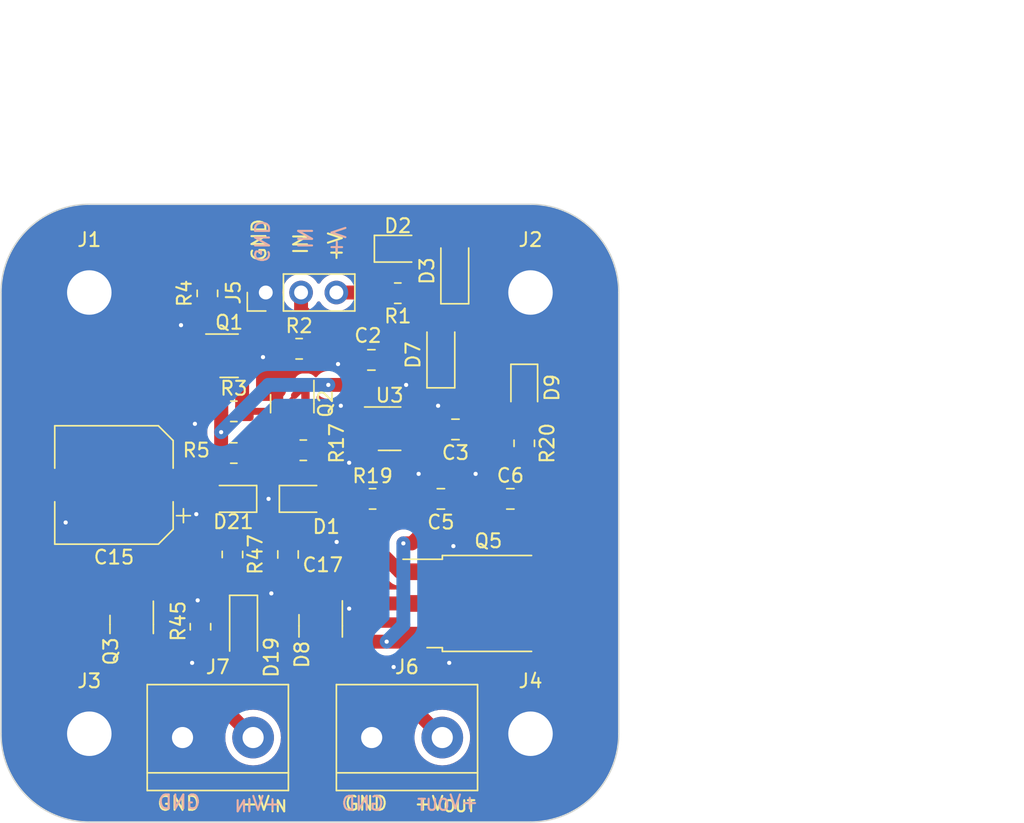
<source format=kicad_pcb>
(kicad_pcb (version 20221018) (generator pcbnew)
  (layers (0 "F.Cu" signal) (31 "B.Cu" signal) (34 "B.Paste" user) (35 "F.Paste" user) (36 "B.SilkS" user "B.Silkscreen") (37 "F.SilkS" user "F.Silkscreen") (38 "B.Mask" user) (39 "F.Mask" user) (44 "Edge.Cuts" user))
  (net 0 "")
  (net 1 "Net-(D7-K)")
  (net 2 "GND")
  (net 3 "/HighSideGate/IN")
  (net 4 "+12V")
  (net 5 "Net-(J5-Pin_3)")
  (net 6 "Net-(J7-Pin_2)")
  (net 7 "Net-(D1-A)")
  (net 8 "Net-(D8-A)")
  (net 9 "Net-(D2-A)")
  (net 10 "Net-(Q1-G)")
  (net 11 "Net-(D9-A)")
  (net 12 "Net-(D19-A)")
  (net 13 "Net-(D21-A)")
  (net 14 "Net-(Q5-G)")
  (net 15 "Net-(U3-HO)")
  (net 16 "Net-(Q1-D)")
  (net 17 "Net-(Q2-D)")
  (footprint "Capacitor_SMD:C_0805_2012Metric" (layer "F.Cu") (at 170 72)
    (fp_text reference "C6" (at 0 -1.68) (layer "F.SilkS"))
    (fp_text value "1uF")
    (fp_line (start -0.261252 -0.735) (end 0.261252 -0.735) (stroke (width 0.12)) (layer "F.SilkS"))
    (fp_line (start -0.261252 0.735) (end 0.261252 0.735) (stroke (width 0.12)) (layer "F.SilkS"))
    (pad "1" smd roundrect (at -0.95 0) (size 1 1.45) (layers "F.Cu" "F.Paste" "F.Mask") (net 8 "Net-(D8-A)"))
    (pad "2" smd roundrect (at 0.95 0) (size 1 1.45) (layers "F.Cu" "F.Paste" "F.Mask") (net 2 "GND"))
  )
  (footprint "Package_TO_SOT_SMD:SOT-23" (layer "F.Cu") (at 142.75 81.0375 -90)
    (fp_text reference "Q3" (at 1.9375 1.5 90) (layer "F.SilkS"))
    (fp_text value "Q_PMOS_GSD")
    (fp_line (start 0 -1.56) (end -1.675 -1.56) (stroke (width 0.12)) (layer "F.SilkS"))
    (fp_line (start 0 -1.56) (end 0.65 -1.56) (stroke (width 0.12)) (layer "F.SilkS"))
    (fp_line (start 0 1.56) (end -0.65 1.56) (stroke (width 0.12)) (layer "F.SilkS"))
    (fp_line (start 0 1.56) (end 0.65 1.56) (stroke (width 0.12)) (layer "F.SilkS"))
    (pad "1" smd roundrect (at -0.9375 -0.95 270) (size 1.475 0.6) (layers "F.Cu" "F.Paste" "F.Mask") (net 12 "Net-(D19-A)"))
    (pad "2" smd roundrect (at -0.9375 0.95 270) (size 1.475 0.6) (layers "F.Cu" "F.Paste" "F.Mask") (net 4 "+12V"))
    (pad "3" smd roundrect (at 0.9375 0 270) (size 1.475 0.6) (layers "F.Cu" "F.Paste" "F.Mask") (net 6 "Net-(J7-Pin_2)"))
  )
  (footprint "MountingHole:MountingHole_3.2mm_M3_DIN965_Pad" (layer "F.Cu") (at 139.7 57.15)
    (fp_text reference "J1" (at 0 -3.8) (layer "F.SilkS"))
    (fp_text value "M3")
    (pad "1" thru_hole circle (at 0 0) (size 5.6 5.6) (drill 3.2) (layers "*.Cu" "*.Mask") (net 2 "GND"))
  )
  (footprint "Diode_SMD:D_SOD-123" (layer "F.Cu") (at 166 55.6 90)
    (fp_text reference "D3" (at 0 -2 90) (layer "F.SilkS"))
    (fp_text value "10V")
    (fp_line (start -2.36 -1) (end -2.36 1) (stroke (width 0.12)) (layer "F.SilkS"))
    (fp_line (start -2.36 -1) (end 1.65 -1) (stroke (width 0.12)) (layer "F.SilkS"))
    (fp_line (start -2.36 1) (end 1.65 1) (stroke (width 0.12)) (layer "F.SilkS"))
    (pad "1" smd roundrect (at -1.65 0 90) (size 0.9 1.2) (layers "F.Cu" "F.Paste" "F.Mask") (net 9 "Net-(D2-A)"))
    (pad "2" smd roundrect (at 1.65 0 90) (size 0.9 1.2) (layers "F.Cu" "F.Paste" "F.Mask") (net 2 "GND"))
  )
  (footprint "Package_TO_SOT_SMD:SOT-23-3" (layer "F.Cu") (at 156.35 81.1375 -90)
    (fp_text reference "D8" (at 2.0625 1.35 90) (layer "F.SilkS"))
    (fp_text value "100V")
    (fp_line (start 0 -1.56) (end -1.8 -1.56) (stroke (width 0.12)) (layer "F.SilkS"))
    (fp_line (start 0 -1.56) (end 0.8 -1.56) (stroke (width 0.12)) (layer "F.SilkS"))
    (fp_line (start 0 1.56) (end -0.8 1.56) (stroke (width 0.12)) (layer "F.SilkS"))
    (fp_line (start 0 1.56) (end 0.8 1.56) (stroke (width 0.12)) (layer "F.SilkS"))
    (pad "1" smd roundrect (at -1.1375 -0.95 270) (size 1.325 0.6) (layers "F.Cu" "F.Paste" "F.Mask") (net 2 "GND"))
    (pad "2" smd roundrect (at -1.1375 0.95 270) (size 1.325 0.6) (layers "F.Cu" "F.Paste" "F.Mask") (net 4 "+12V"))
    (pad "3" smd roundrect (at 1.1375 0 270) (size 1.325 0.6) (layers "F.Cu" "F.Paste" "F.Mask") (net 8 "Net-(D8-A)"))
  )
  (footprint "Resistor_SMD:R_0805_2012Metric" (layer "F.Cu") (at 150 76 -90)
    (fp_text reference "R47" (at 0 -1.65 90) (layer "F.SilkS"))
    (fp_text value "1.2kΩ")
    (fp_line (start -0.227064 -0.735) (end 0.227064 -0.735) (stroke (width 0.12)) (layer "F.SilkS"))
    (fp_line (start -0.227064 0.735) (end 0.227064 0.735) (stroke (width 0.12)) (layer "F.SilkS"))
    (pad "1" smd roundrect (at -0.9125 0 270) (size 1.025 1.4) (layers "F.Cu" "F.Paste" "F.Mask") (roundrect_rratio 0.243902439) (net 13 "Net-(D21-A)"))
    (pad "2" smd roundrect (at 0.9125 0 270) (size 1.025 1.4) (layers "F.Cu" "F.Paste" "F.Mask") (roundrect_rratio 0.243902439) (net 4 "+12V"))
  )
  (footprint "LED_SMD:LED_0805_2012Metric" (layer "F.Cu") (at 161.9 54)
    (fp_text reference "D2" (at 0 -1.65) (layer "F.SilkS"))
    (fp_text value "LED")
    (fp_line (start -1.685 -0.96) (end -1.685 0.96) (stroke (width 0.12)) (layer "F.SilkS"))
    (fp_line (start -1.685 0.96) (end 1 0.96) (stroke (width 0.12)) (layer "F.SilkS"))
    (fp_line (start 1 -0.96) (end -1.685 -0.96) (stroke (width 0.12)) (layer "F.SilkS"))
    (pad "1" smd roundrect (at -0.9375 0) (size 0.975 1.4) (layers "F.Cu" "F.Paste" "F.Mask") (net 2 "GND"))
    (pad "2" smd roundrect (at 0.9375 0) (size 0.975 1.4) (layers "F.Cu" "F.Paste" "F.Mask") (net 9 "Net-(D2-A)"))
  )
  (footprint "MountingHole:MountingHole_3.2mm_M3_DIN965_Pad" (layer "F.Cu") (at 139.7 88.9)
    (fp_text reference "J3" (at 0 -3.8) (layer "F.SilkS"))
    (fp_text value "M3")
    (pad "1" thru_hole circle (at 0 0) (size 5.6 5.6) (drill 3.2) (layers "*.Cu" "*.Mask") (net 2 "GND"))
  )
  (footprint "Package_TO_SOT_SMD:SOT-23" (layer "F.Cu") (at 154.305 65.151 -90)
    (fp_text reference "Q2" (at 0 -2.4 90) (layer "F.SilkS"))
    (fp_text value "Q_NMOS_GSD")
    (fp_line (start 0 -1.56) (end -1.675 -1.56) (stroke (width 0.12)) (layer "F.SilkS"))
    (fp_line (start 0 -1.56) (end 0.65 -1.56) (stroke (width 0.12)) (layer "F.SilkS"))
    (fp_line (start 0 1.56) (end -0.65 1.56) (stroke (width 0.12)) (layer "F.SilkS"))
    (fp_line (start 0 1.56) (end 0.65 1.56) (stroke (width 0.12)) (layer "F.SilkS"))
    (pad "1" smd roundrect (at -0.9375 -0.95 270) (size 1.475 0.6) (layers "F.Cu" "F.Paste" "F.Mask") (net 16 "Net-(Q1-D)"))
    (pad "2" smd roundrect (at -0.9375 0.95 270) (size 1.475 0.6) (layers "F.Cu" "F.Paste" "F.Mask") (net 2 "GND"))
    (pad "3" smd roundrect (at 0.9375 0 270) (size 1.475 0.6) (layers "F.Cu" "F.Paste" "F.Mask") (net 17 "Net-(Q2-D)"))
  )
  (footprint "Resistor_SMD:R_0805_2012Metric" (layer "F.Cu") (at 161.9 57.2 180)
    (fp_text reference "R1" (at 0 -1.65) (layer "F.SilkS"))
    (fp_text value "1.2kΩ")
    (fp_line (start -0.227064 -0.735) (end 0.227064 -0.735) (stroke (width 0.12)) (layer "F.SilkS"))
    (fp_line (start -0.227064 0.735) (end 0.227064 0.735) (stroke (width 0.12)) (layer "F.SilkS"))
    (pad "1" smd roundrect (at -0.9125 0 180) (size 1.025 1.4) (layers "F.Cu" "F.Paste" "F.Mask") (roundrect_rratio 0.243902439) (net 9 "Net-(D2-A)"))
    (pad "2" smd roundrect (at 0.9125 0 180) (size 1.025 1.4) (layers "F.Cu" "F.Paste" "F.Mask") (roundrect_rratio 0.243902439) (net 5 "Net-(J5-Pin_3)"))
  )
  (footprint "Resistor_SMD:R_0805_2012Metric" (layer "F.Cu") (at 154.8 61.2)
    (fp_text reference "R2" (at 0 -1.65) (layer "F.SilkS"))
    (fp_text value "1kΩ")
    (fp_line (start -0.227064 -0.735) (end 0.227064 -0.735) (stroke (width 0.12)) (layer "F.SilkS"))
    (fp_line (start -0.227064 0.735) (end 0.227064 0.735) (stroke (width 0.12)) (layer "F.SilkS"))
    (pad "1" smd roundrect (at -0.9125 0) (size 1.025 1.4) (layers "F.Cu" "F.Paste" "F.Mask") (roundrect_rratio 0.243902) (net 10 "Net-(Q1-G)"))
    (pad "2" smd roundrect (at 0.9125 0) (size 1.025 1.4) (layers "F.Cu" "F.Paste" "F.Mask") (roundrect_rratio 0.243902) (net 3 "/HighSideGate/IN"))
  )
  (footprint "Resistor_SMD:R_0805_2012Metric" (layer "F.Cu") (at 160.0875 72)
    (fp_text reference "R19" (at 0 -1.65) (layer "F.SilkS"))
    (fp_text value "20Ω")
    (fp_line (start -0.227064 -0.735) (end 0.227064 -0.735) (stroke (width 0.12)) (layer "F.SilkS"))
    (fp_line (start -0.227064 0.735) (end 0.227064 0.735) (stroke (width 0.12)) (layer "F.SilkS"))
    (pad "1" smd roundrect (at -0.9125 0) (size 1.025 1.4) (layers "F.Cu" "F.Paste" "F.Mask") (roundrect_rratio 0.243902439) (net 14 "Net-(Q5-G)"))
    (pad "2" smd roundrect (at 0.9125 0) (size 1.025 1.4) (layers "F.Cu" "F.Paste" "F.Mask") (roundrect_rratio 0.243902439) (net 15 "Net-(U3-HO)"))
  )
  (footprint "Resistor_SMD:R_0805_2012Metric" (layer "F.Cu") (at 150.1 65.7)
    (fp_text reference "R3" (at 0 -1.65) (layer "F.SilkS"))
    (fp_text value "10kΩ")
    (fp_line (start -0.227064 -0.735) (end 0.227064 -0.735) (stroke (width 0.12)) (layer "F.SilkS"))
    (fp_line (start -0.227064 0.735) (end 0.227064 0.735) (stroke (width 0.12)) (layer "F.SilkS"))
    (pad "1" smd roundrect (at -0.9125 0) (size 1.025 1.4) (layers "F.Cu" "F.Paste" "F.Mask") (roundrect_rratio 0.243902) (net 4 "+12V"))
    (pad "2" smd roundrect (at 0.9125 0) (size 1.025 1.4) (layers "F.Cu" "F.Paste" "F.Mask") (roundrect_rratio 0.243902) (net 16 "Net-(Q1-D)"))
  )
  (footprint "Package_TO_SOT_SMD:SOT-23" (layer "F.Cu") (at 149.7625 61.7)
    (fp_text reference "Q1" (at 0 -2.4) (layer "F.SilkS"))
    (fp_text value "Q_NMOS_GSD")
    (fp_line (start 0 -1.56) (end -1.675 -1.56) (stroke (width 0.12)) (layer "F.SilkS"))
    (fp_line (start 0 -1.56) (end 0.65 -1.56) (stroke (width 0.12)) (layer "F.SilkS"))
    (fp_line (start 0 1.56) (end -0.65 1.56) (stroke (width 0.12)) (layer "F.SilkS"))
    (fp_line (start 0 1.56) (end 0.65 1.56) (stroke (width 0.12)) (layer "F.SilkS"))
    (pad "1" smd roundrect (at -0.9375 -0.95) (size 1.475 0.6) (layers "F.Cu" "F.Paste" "F.Mask") (net 10 "Net-(Q1-G)"))
    (pad "2" smd roundrect (at -0.9375 0.95) (size 1.475 0.6) (layers "F.Cu" "F.Paste" "F.Mask") (net 2 "GND"))
    (pad "3" smd roundrect (at 0.9375 0) (size 1.475 0.6) (layers "F.Cu" "F.Paste" "F.Mask") (net 16 "Net-(Q1-D)"))
  )
  (footprint "Resistor_SMD:R_0805_2012Metric" (layer "F.Cu") (at 148.2 57.2125 90)
    (fp_text reference "R4" (at 0 -1.65 90) (layer "F.SilkS"))
    (fp_text value "100kΩ")
    (fp_line (start -0.227064 -0.735) (end 0.227064 -0.735) (stroke (width 0.12)) (layer "F.SilkS"))
    (fp_line (start -0.227064 0.735) (end 0.227064 0.735) (stroke (width 0.12)) (layer "F.SilkS"))
    (pad "1" smd roundrect (at -0.9125 0 90) (size 1.025 1.4) (layers "F.Cu" "F.Paste" "F.Mask") (roundrect_rratio 0.243902) (net 10 "Net-(Q1-G)"))
    (pad "2" smd roundrect (at 0.9125 0 90) (size 1.025 1.4) (layers "F.Cu" "F.Paste" "F.Mask") (roundrect_rratio 0.243902) (net 2 "GND"))
  )
  (footprint "Capacitor_SMD:CP_Elec_8x11.9" (layer "F.Cu") (at 141.475 71 180)
    (fp_text reference "C15" (at 0 -5.2) (layer "F.SilkS"))
    (fp_text value "100uF")
    (fp_line (start -5.5 -2.21) (end -4.5 -2.21) (stroke (width 0.12)) (layer "F.SilkS"))
    (fp_line (start -5 -2.71) (end -5 -1.71) (stroke (width 0.12)) (layer "F.SilkS"))
    (fp_line (start -4.26 -3.195563) (end -4.26 -1.21) (stroke (width 0.12)) (layer "F.SilkS"))
    (fp_line (start -4.26 -3.195563) (end -3.195563 -4.26) (stroke (width 0.12)) (layer "F.SilkS"))
    (fp_line (start -4.26 3.195563) (end -4.26 1.21) (stroke (width 0.12)) (layer "F.SilkS"))
    (fp_line (start -4.26 3.195563) (end -3.195563 4.26) (stroke (width 0.12)) (layer "F.SilkS"))
    (fp_line (start -3.195563 -4.26) (end 4.26 -4.26) (stroke (width 0.12)) (layer "F.SilkS"))
    (fp_line (start -3.195563 4.26) (end 4.26 4.26) (stroke (width 0.12)) (layer "F.SilkS"))
    (fp_line (start 4.26 -4.26) (end 4.26 -1.21) (stroke (width 0.12)) (layer "F.SilkS"))
    (fp_line (start 4.26 4.26) (end 4.26 1.21) (stroke (width 0.12)) (layer "F.SilkS"))
    (pad "1" smd roundrect (at -3.475 0 180) (size 4.15 1.9) (layers "F.Cu" "F.Paste" "F.Mask") (roundrect_rratio 0.1315789474) (net 4 "+12V"))
    (pad "2" smd roundrect (at 3.475 0 180) (size 4.15 1.9) (layers "F.Cu" "F.Paste" "F.Mask") (roundrect_rratio 0.1315789474) (net 2 "GND"))
  )
  (footprint "Resistor_SMD:R_0805_2012Metric" (layer "F.Cu") (at 147.7 81.2 -90)
    (fp_text reference "R45" (at -0.4 1.6 90) (layer "F.SilkS"))
    (fp_text value "100kΩ")
    (fp_line (start -0.227064 -0.735) (end 0.227064 -0.735) (stroke (width 0.12)) (layer "F.SilkS"))
    (fp_line (start -0.227064 0.735) (end 0.227064 0.735) (stroke (width 0.12)) (layer "F.SilkS"))
    (pad "1" smd roundrect (at -0.9125 0 270) (size 1.025 1.4) (layers "F.Cu" "F.Paste" "F.Mask") (roundrect_rratio 0.243902439) (net 2 "GND"))
    (pad "2" smd roundrect (at 0.9125 0 270) (size 1.025 1.4) (layers "F.Cu" "F.Paste" "F.Mask") (roundrect_rratio 0.243902439) (net 12 "Net-(D19-A)"))
  )
  (footprint "MountingHole:MountingHole_3.2mm_M3_DIN965_Pad" (layer "F.Cu") (at 171.45 88.9)
    (fp_text reference "J4" (at 0 -3.8) (layer "F.SilkS"))
    (fp_text value "M3")
    (pad "1" thru_hole circle (at 0 0) (size 5.6 5.6) (drill 3.2) (layers "*.Cu" "*.Mask") (net 2 "GND"))
  )
  (footprint "TerminalBlock:TerminalBlock_bornier-2_P5.08mm" (layer "F.Cu") (at 160.02 89.1745)
    (fp_text reference "J6" (at 2.54 -5.08) (layer "F.SilkS"))
    (fp_text value "VOUT")
    (fp_line (start -2.54 -3.81) (end -2.54 3.81) (stroke (width 0.12)) (layer "F.SilkS"))
    (fp_line (start -2.54 3.81) (end 7.62 3.81) (stroke (width 0.12)) (layer "F.SilkS"))
    (fp_line (start 7.62 -3.81) (end -2.54 -3.81) (stroke (width 0.12)) (layer "F.SilkS"))
    (fp_line (start 7.62 2.54) (end -2.54 2.54) (stroke (width 0.12)) (layer "F.SilkS"))
    (fp_line (start 7.62 3.81) (end 7.62 -3.81) (stroke (width 0.12)) (layer "F.SilkS"))
    (pad "1" thru_hole rect (at 0 0) (size 3 3) (drill 1.52) (layers "*.Cu" "*.Mask") (net 2 "GND"))
    (pad "2" thru_hole circle (at 5.08 0) (size 3 3) (drill 1.52) (layers "*.Cu" "*.Mask") (net 8 "Net-(D8-A)"))
  )
  (footprint "Resistor_SMD:R_0805_2012Metric" (layer "F.Cu") (at 155.1 68.5)
    (fp_text reference "R17" (at 2.4 -0.5 90) (layer "F.SilkS"))
    (fp_text value "1kΩ")
    (fp_line (start -0.227064 -0.735) (end 0.227064 -0.735) (stroke (width 0.12)) (layer "F.SilkS"))
    (fp_line (start -0.227064 0.735) (end 0.227064 0.735) (stroke (width 0.12)) (layer "F.SilkS"))
    (pad "1" smd roundrect (at -0.9125 0) (size 1.025 1.4) (layers "F.Cu" "F.Paste" "F.Mask") (roundrect_rratio 0.243902439) (net 7 "Net-(D1-A)"))
    (pad "2" smd roundrect (at 0.9125 0) (size 1.025 1.4) (layers "F.Cu" "F.Paste" "F.Mask") (roundrect_rratio 0.243902439) (net 17 "Net-(Q2-D)"))
  )
  (footprint "MountingHole:MountingHole_3.2mm_M3_DIN965_Pad" (layer "F.Cu") (at 171.45 57.15)
    (fp_text reference "J2" (at 0 -3.8) (layer "F.SilkS"))
    (fp_text value "M3")
    (pad "1" thru_hole circle (at 0 0) (size 5.6 5.6) (drill 3.2) (layers "*.Cu" "*.Mask") (net 2 "GND"))
  )
  (footprint "Diode_SMD:D_SOD-123" (layer "F.Cu") (at 150.8 81.3 -90)
    (fp_text reference "D19" (at 2.1 -2 90) (layer "F.SilkS"))
    (fp_text value "10V")
    (fp_line (start -2.36 -1) (end -2.36 1) (stroke (width 0.12)) (layer "F.SilkS"))
    (fp_line (start -2.36 -1) (end 1.65 -1) (stroke (width 0.12)) (layer "F.SilkS"))
    (fp_line (start -2.36 1) (end 1.65 1) (stroke (width 0.12)) (layer "F.SilkS"))
    (pad "1" smd roundrect (at -1.65 0 270) (size 0.9 1.2) (layers "F.Cu" "F.Paste" "F.Mask") (net 4 "+12V"))
    (pad "2" smd roundrect (at 1.65 0 270) (size 0.9 1.2) (layers "F.Cu" "F.Paste" "F.Mask") (net 12 "Net-(D19-A)"))
  )
  (footprint "TerminalBlock:TerminalBlock_bornier-2_P5.08mm" (layer "F.Cu") (at 146.408 89.1745)
    (fp_text reference "J7" (at 2.54 -5.08) (layer "F.SilkS"))
    (fp_text value "VIn")
    (fp_line (start -2.54 -3.81) (end -2.54 3.81) (stroke (width 0.12)) (layer "F.SilkS"))
    (fp_line (start -2.54 3.81) (end 7.62 3.81) (stroke (width 0.12)) (layer "F.SilkS"))
    (fp_line (start 7.62 -3.81) (end -2.54 -3.81) (stroke (width 0.12)) (layer "F.SilkS"))
    (fp_line (start 7.62 2.54) (end -2.54 2.54) (stroke (width 0.12)) (layer "F.SilkS"))
    (fp_line (start 7.62 3.81) (end 7.62 -3.81) (stroke (width 0.12)) (layer "F.SilkS"))
    (pad "1" thru_hole rect (at 0 0) (size 3 3) (drill 1.52) (layers "*.Cu" "*.Mask") (net 2 "GND"))
    (pad "2" thru_hole circle (at 5.08 0) (size 3 3) (drill 1.52) (layers "*.Cu" "*.Mask") (net 6 "Net-(J7-Pin_2)"))
  )
  (footprint "Capacitor_SMD:C_0805_2012Metric" (layer "F.Cu") (at 165 72 180)
    (fp_text reference "C5" (at 0 -1.68) (layer "F.SilkS"))
    (fp_text value "10uF")
    (fp_line (start -0.261252 -0.735) (end 0.261252 -0.735) (stroke (width 0.12)) (layer "F.SilkS"))
    (fp_line (start -0.261252 0.735) (end 0.261252 0.735) (stroke (width 0.12)) (layer "F.SilkS"))
    (pad "1" smd roundrect (at -0.95 0 180) (size 1 1.45) (layers "F.Cu" "F.Paste" "F.Mask") (net 8 "Net-(D8-A)"))
    (pad "2" smd roundrect (at 0.95 0 180) (size 1 1.45) (layers "F.Cu" "F.Paste" "F.Mask") (net 2 "GND"))
  )
  (footprint "Capacitor_SMD:C_0805_2012Metric" (layer "F.Cu") (at 154 76 90)
    (fp_text reference "C17" (at -0.75 2.5 180) (layer "F.SilkS"))
    (fp_text value "1uF")
    (fp_line (start -0.261252 -0.735) (end 0.261252 -0.735) (stroke (width 0.12)) (layer "F.SilkS"))
    (fp_line (start -0.261252 0.735) (end 0.261252 0.735) (stroke (width 0.12)) (layer "F.SilkS"))
    (pad "1" smd roundrect (at -0.95 0 90) (size 1 1.45) (layers "F.Cu" "F.Paste" "F.Mask") (net 4 "+12V"))
    (pad "2" smd roundrect (at 0.95 0 90) (size 1 1.45) (layers "F.Cu" "F.Paste" "F.Mask") (net 2 "GND"))
  )
  (footprint "LED_SMD:LED_0805_2012Metric" (layer "F.Cu") (at 171 64 -90)
    (fp_text reference "D9" (at 0 -2 90) (layer "F.SilkS"))
    (fp_text value "LED")
    (fp_line (start -1.685 -0.96) (end -1.685 0.96) (stroke (width 0.12)) (layer "F.SilkS"))
    (fp_line (start -1.685 0.96) (end 1 0.96) (stroke (width 0.12)) (layer "F.SilkS"))
    (fp_line (start 1 -0.96) (end -1.685 -0.96) (stroke (width 0.12)) (layer "F.SilkS"))
    (pad "1" smd roundrect (at -0.9375 0 270) (size 0.975 1.4) (layers "F.Cu" "F.Paste" "F.Mask") (net 2 "GND"))
    (pad "2" smd roundrect (at 0.9375 0 270) (size 0.975 1.4) (layers "F.Cu" "F.Paste" "F.Mask") (net 11 "Net-(D9-A)"))
  )
  (footprint "Resistor_SMD:R_0805_2012Metric" (layer "F.Cu") (at 171 68 -90)
    (fp_text reference "R20" (at 0 -1.65 90) (layer "F.SilkS"))
    (fp_text value "1.2kΩ")
    (fp_line (start -0.227064 -0.735) (end 0.227064 -0.735) (stroke (width 0.12)) (layer "F.SilkS"))
    (fp_line (start -0.227064 0.735) (end 0.227064 0.735) (stroke (width 0.12)) (layer "F.SilkS"))
    (pad "1" smd roundrect (at -0.9125 0 270) (size 1.025 1.4) (layers "F.Cu" "F.Paste" "F.Mask") (roundrect_rratio 0.243902439) (net 11 "Net-(D9-A)"))
    (pad "2" smd roundrect (at 0.9125 0 270) (size 1.025 1.4) (layers "F.Cu" "F.Paste" "F.Mask") (roundrect_rratio 0.243902439) (net 8 "Net-(D8-A)"))
  )
  (footprint "Capacitor_SMD:C_0805_2012Metric" (layer "F.Cu") (at 160 62 180)
    (fp_text reference "C2" (at 0.25 1.75) (layer "F.SilkS"))
    (fp_text value "1uF")
    (fp_line (start -0.261252 -0.735) (end 0.261252 -0.735) (stroke (width 0.12)) (layer "F.SilkS"))
    (fp_line (start -0.261252 0.735) (end 0.261252 0.735) (stroke (width 0.12)) (layer "F.SilkS"))
    (pad "1" smd roundrect (at -0.95 0 180) (size 1 1.45) (layers "F.Cu" "F.Paste" "F.Mask") (net 4 "+12V"))
    (pad "2" smd roundrect (at 0.95 0 180) (size 1 1.45) (layers "F.Cu" "F.Paste" "F.Mask") (net 2 "GND"))
  )
  (footprint "LED_SMD:LED_0805_2012Metric" (layer "F.Cu") (at 150.0625 72 180)
    (fp_text reference "D21" (at 0 -1.65) (layer "F.SilkS"))
    (fp_text value "LED")
    (fp_line (start -1.685 -0.96) (end -1.685 0.96) (stroke (width 0.12)) (layer "F.SilkS"))
    (fp_line (start -1.685 0.96) (end 1 0.96) (stroke (width 0.12)) (layer "F.SilkS"))
    (fp_line (start 1 -0.96) (end -1.685 -0.96) (stroke (width 0.12)) (layer "F.SilkS"))
    (pad "1" smd roundrect (at -0.9375 0 180) (size 0.975 1.4) (layers "F.Cu" "F.Paste" "F.Mask") (net 2 "GND"))
    (pad "2" smd roundrect (at 0.9375 0 180) (size 0.975 1.4) (layers "F.Cu" "F.Paste" "F.Mask") (net 13 "Net-(D21-A)"))
  )
  (footprint "Connector_PinHeader_2.54mm:PinHeader_1x03_P2.54mm_Vertical" (layer "F.Cu") (at 152.4 57.15 90)
    (fp_text reference "J5" (at 0 -2.33 90) (layer "F.SilkS"))
    (fp_text value "Input")
    (fp_line (start -1.33 -1.33) (end 0 -1.33) (stroke (width 0.12)) (layer "F.SilkS"))
    (fp_line (start -1.33 0) (end -1.33 -1.33) (stroke (width 0.12)) (layer "F.SilkS"))
    (fp_line (start -1.33 1.27) (end -1.33 6.41) (stroke (width 0.12)) (layer "F.SilkS"))
    (fp_line (start -1.33 1.27) (end 1.33 1.27) (stroke (width 0.12)) (layer "F.SilkS"))
    (fp_line (start -1.33 6.41) (end 1.33 6.41) (stroke (width 0.12)) (layer "F.SilkS"))
    (fp_line (start 1.33 1.27) (end 1.33 6.41) (stroke (width 0.12)) (layer "F.SilkS"))
    (pad "1" thru_hole rect (at 0 0 90) (size 1.7 1.7) (drill 1) (layers "*.Cu" "*.Mask") (net 2 "GND"))
    (pad "2" thru_hole oval (at 0 2.54 90) (size 1.7 1.7) (drill 1) (layers "*.Cu" "*.Mask") (net 3 "/HighSideGate/IN"))
    (pad "3" thru_hole oval (at 0 5.08 90) (size 1.7 1.7) (drill 1) (layers "*.Cu" "*.Mask") (net 5 "Net-(J5-Pin_3)"))
  )
  (footprint "Capacitor_SMD:C_0805_2012Metric" (layer "F.Cu") (at 166.05 67 180)
    (fp_text reference "C3" (at 0 -1.68) (layer "F.SilkS"))
    (fp_text value "1uF")
    (fp_line (start -0.261252 -0.735) (end 0.261252 -0.735) (stroke (width 0.12)) (layer "F.SilkS"))
    (fp_line (start -0.261252 0.735) (end 0.261252 0.735) (stroke (width 0.12)) (layer "F.SilkS"))
    (pad "1" smd roundrect (at -0.95 0 180) (size 1 1.45) (layers "F.Cu" "F.Paste" "F.Mask") (net 1 "Net-(D7-K)"))
    (pad "2" smd roundrect (at 0.95 0 180) (size 1 1.45) (layers "F.Cu" "F.Paste" "F.Mask") (net 8 "Net-(D8-A)"))
  )
  (footprint "Diode_SMD:D_SOD-123" (layer "F.Cu") (at 165 61.65 90)
    (fp_text reference "D7" (at 0 -2 90) (layer "F.SilkS"))
    (fp_text value "D")
    (fp_line (start -2.36 -1) (end -2.36 1) (stroke (width 0.12)) (layer "F.SilkS"))
    (fp_line (start -2.36 -1) (end 1.65 -1) (stroke (width 0.12)) (layer "F.SilkS"))
    (fp_line (start -2.36 1) (end 1.65 1) (stroke (width 0.12)) (layer "F.SilkS"))
    (pad "1" smd roundrect (at -1.65 0 90) (size 0.9 1.2) (layers "F.Cu" "F.Paste" "F.Mask") (net 1 "Net-(D7-K)"))
    (pad "2" smd roundrect (at 1.65 0 90) (size 0.9 1.2) (layers "F.Cu" "F.Paste" "F.Mask") (net 4 "+12V"))
  )
  (footprint "Resistor_SMD:R_0805_2012Metric" (layer "F.Cu") (at 150.1 68.7)
    (fp_text reference "R5" (at -2.7 -0.2) (layer "F.SilkS"))
    (fp_text value "10kΩ")
    (fp_line (start -0.227064 -0.735) (end 0.227064 -0.735) (stroke (width 0.12)) (layer "F.SilkS"))
    (fp_line (start -0.227064 0.735) (end 0.227064 0.735) (stroke (width 0.12)) (layer "F.SilkS"))
    (pad "1" smd roundrect (at -0.9125 0) (size 1.025 1.4) (layers "F.Cu" "F.Paste" "F.Mask") (roundrect_rratio 0.243902) (net 4 "+12V"))
    (pad "2" smd roundrect (at 0.9125 0) (size 1.025 1.4) (layers "F.Cu" "F.Paste" "F.Mask") (roundrect_rratio 0.243902) (net 17 "Net-(Q2-D)"))
  )
  (footprint "LED_SMD:LED_0805_2012Metric" (layer "F.Cu") (at 155.0625 72)
    (fp_text reference "D1" (at 1.6875 2) (layer "F.SilkS"))
    (fp_text value "LED")
    (fp_line (start -1.685 -0.96) (end -1.685 0.96) (stroke (width 0.12)) (layer "F.SilkS"))
    (fp_line (start -1.685 0.96) (end 1 0.96) (stroke (width 0.12)) (layer "F.SilkS"))
    (fp_line (start 1 -0.96) (end -1.685 -0.96) (stroke (width 0.12)) (layer "F.SilkS"))
    (pad "1" smd roundrect (at -0.9375 0) (size 0.975 1.4) (layers "F.Cu" "F.Paste" "F.Mask") (net 2 "GND"))
    (pad "2" smd roundrect (at 0.9375 0) (size 0.975 1.4) (layers "F.Cu" "F.Paste" "F.Mask") (net 7 "Net-(D1-A)"))
  )
  (footprint "Package_TO_SOT_SMD:TO-252-3_TabPin2" (layer "F.Cu") (at 168.415 79.525)
    (fp_text reference "Q5" (at 0 -4.5) (layer "F.SilkS"))
    (fp_text value "Q_NMOS_GDS")
    (fp_line (start -3.31 -3.45) (end -3.31 -3.18) (stroke (width 0.12)) (layer "F.SilkS"))
    (fp_line (start -3.31 -3.18) (end -6.14 -3.18) (stroke (width 0.12)) (layer "F.SilkS"))
    (fp_line (start -3.31 3.18) (end -4.41 3.18) (stroke (width 0.12)) (layer "F.SilkS"))
    (fp_line (start -3.31 3.45) (end -3.31 3.18) (stroke (width 0.12)) (layer "F.SilkS"))
    (fp_line (start 3.11 -3.45) (end -3.31 -3.45) (stroke (width 0.12)) (layer "F.SilkS"))
    (fp_line (start 3.11 3.45) (end -3.31 3.45) (stroke (width 0.12)) (layer "F.SilkS"))
    (pad "1" smd roundrect (at -5.04 -2.28) (size 2.2 1.2) (layers "F.Cu" "F.Paste" "F.Mask") (roundrect_rratio 0.2083333333) (net 14 "Net-(Q5-G)"))
    (pad "2" smd roundrect (at -5.04 0) (size 2.2 1.2) (layers "F.Cu" "F.Paste" "F.Mask") (roundrect_rratio 0.2083333333) (net 4 "+12V"))
    (pad "2" smd roundrect (at -0.415 -1.525) (size 3.05 2.75) (layers "F.Cu" "F.Paste") (roundrect_rratio 0.09090909091) (net 4 "+12V"))
    (pad "2" smd roundrect (at -0.415 1.525) (size 3.05 2.75) (layers "F.Cu" "F.Paste") (roundrect_rratio 0.09090909091) (net 4 "+12V"))
    (pad "2" smd roundrect (at 1.26 0) (size 6.4 5.8) (layers "F.Cu" "F.Mask") (roundrect_rratio 0.04310293103) (net 4 "+12V"))
    (pad "2" smd roundrect (at 2.935 -1.525) (size 3.05 2.75) (layers "F.Cu" "F.Paste") (roundrect_rratio 0.09090909091) (net 4 "+12V"))
    (pad "2" smd roundrect (at 2.935 1.525) (size 3.05 2.75) (layers "F.Cu" "F.Paste") (roundrect_rratio 0.09090909091) (net 4 "+12V"))
    (pad "3" smd roundrect (at -5.04 2.28) (size 2.2 1.2) (layers "F.Cu" "F.Paste" "F.Mask") (roundrect_rratio 0.2083333333) (net 8 "Net-(D8-A)"))
  )
  (footprint "Package_TO_SOT_SMD:SOT-23-6" (layer "F.Cu") (at 161.3105 66.95)
    (fp_text reference "U3" (at 0 -2.4) (layer "F.SilkS"))
    (fp_text value "IRS2075")
    (fp_line (start 0 -1.56) (end -1.8 -1.56) (stroke (width 0.12)) (layer "F.SilkS"))
    (fp_line (start 0 -1.56) (end 0.8 -1.56) (stroke (width 0.12)) (layer "F.SilkS"))
    (fp_line (start 0 1.56) (end -0.8 1.56) (stroke (width 0.12)) (layer "F.SilkS"))
    (fp_line (start 0 1.56) (end 0.8 1.56) (stroke (width 0.12)) (layer "F.SilkS"))
    (pad "1" smd roundrect (at -1.1375 -0.95) (size 1.325 0.6) (layers "F.Cu" "F.Paste" "F.Mask") (net 4 "+12V"))
    (pad "2" smd roundrect (at -1.1375 0) (size 1.325 0.6) (layers "F.Cu" "F.Paste" "F.Mask") (net 2 "GND"))
    (pad "3" smd roundrect (at -1.1375 0.95) (size 1.325 0.6) (layers "F.Cu" "F.Paste" "F.Mask") (net 17 "Net-(Q2-D)"))
    (pad "4" smd roundrect (at 1.1375 0.95) (size 1.325 0.6) (layers "F.Cu" "F.Paste" "F.Mask") (net 8 "Net-(D8-A)"))
    (pad "5" smd roundrect (at 1.1375 0) (size 1.325 0.6) (layers "F.Cu" "F.Paste" "F.Mask") (net 15 "Net-(U3-HO)"))
    (pad "6" smd roundrect (at 1.1375 -0.95) (size 1.325 0.6) (layers "F.Cu" "F.Paste" "F.Mask") (net 1 "Net-(D7-K)"))
  )
  (gr_line (start 177.8 57.15) (end 177.8 88.9) (stroke (width 0.1)) (layer "Edge.Cuts"))
  (gr_line (start 139.7 50.8) (end 171.45 50.8) (stroke (width 0.1)) (layer "Edge.Cuts"))
  (gr_line (start 133.35 88.9) (end 133.35 57.15) (stroke (width 0.1)) (layer "Edge.Cuts"))
  (gr_arc (start 171.45 50.8) (mid 175.940128 52.659872) (end 177.8 57.15) (stroke (width 0.1)) (layer "Edge.Cuts"))
  (gr_arc (start 133.35 57.15) (mid 135.209872 52.659872) (end 139.7 50.8) (stroke (width 0.1)) (layer "Edge.Cuts"))
  (gr_arc (start 177.8 88.9) (mid 175.940128 93.390128) (end 171.45 95.25) (stroke (width 0.1)) (layer "Edge.Cuts"))
  (gr_line (start 171.45 95.25) (end 139.7 95.25) (stroke (width 0.1)) (layer "Edge.Cuts"))
  (gr_arc (start 139.7 95.25) (mid 135.209872 93.390128) (end 133.35 88.9) (stroke (width 0.1)) (layer "Edge.Cuts"))
  (gr_text "GND" (at 147.8 94.4) (layer "B.SilkS") (effects (font (size 1 1)) (justify left bottom mirror)))
  (gr_text "+V_{IN}" (at 153.6 94.5) (layer "B.SilkS") (effects (font (size 1 1)) (justify left bottom mirror)))
  (gr_text "GND" (at 151.5 55.1 -90) (layer "B.SilkS") (effects (font (size 1 1)) (justify left bottom mirror)))
  (gr_text "+V" (at 157 54.6 -90) (layer "B.SilkS") (effects (font (size 1 1)) (justify left bottom mirror)))
  (gr_text "IN" (at 154.6 54.1 -90) (layer "B.SilkS") (effects (font (size 1 1)) (justify left bottom mirror)))
  (gr_text "+V_{OUT}" (at 167.8 94.4) (layer "B.SilkS") (effects (font (size 1 1)) (justify left bottom mirror)))
  (gr_text "GND" (at 161 94.5) (layer "B.SilkS") (effects (font (size 1 1)) (justify left bottom mirror)))
  (gr_text "+V_{IN}" (at 150.5 94.5) (layer "F.SilkS") (effects (font (size 1 1)) (justify left bottom)))
  (gr_text "GND" (at 152.5 55 90) (layer "F.SilkS") (effects (font (size 1 1)) (justify left bottom)))
  (gr_text "+V_{OUT}" (at 163 94.5) (layer "F.SilkS") (effects (font (size 1 1)) (justify left bottom)))
  (gr_text "+V" (at 158 55 90) (layer "F.SilkS") (effects (font (size 1 1)) (justify left bottom)))
  (gr_text "GND" (at 144.5 94.5) (layer "F.SilkS") (effects (font (size 1 1)) (justify left bottom)))
  (gr_text "GND" (at 158 94.5) (layer "F.SilkS") (effects (font (size 1 1)) (justify left bottom)))
  (gr_text "IN" (at 155.5 54.5 90) (layer "F.SilkS") (effects (font (size 1 1)) (justify left bottom)))
  (segment (start 167 65.3) (end 165 63.3) (width 1) (layer "F.Cu") (net 1))
  (segment (start 162.448 65.852) (end 165 63.3) (width 0.5) (layer "F.Cu") (net 1))
  (segment (start 167 67) (end 167 65.3) (width 1) (layer "F.Cu") (net 1))
  (segment (start 162.448 66) (end 162.448 65.852) (width 0.5) (layer "F.Cu") (net 1))
  (segment (start 138 87.2) (end 139.7 88.9) (width 1) (layer "F.Cu") (net 2))
  (segment (start 160.02 90.72) (end 162.5 93.2) (width 1) (layer "F.Cu") (net 2))
  (segment (start 160.9625 52.1625) (end 160.8 52) (width 1) (layer "F.Cu") (net 2))
  (segment (start 175.3 71.8) (end 175.3 61) (width 1) (layer "F.Cu") (net 2))
  (segment (start 171 63.0625) (end 172.0375 63.0625) (width 1) (layer "F.Cu") (net 2))
  (segment (start 166.65 52.35) (end 171.45 57.15) (width 1) (layer "F.Cu") (net 2))
  (segment (start 154.125 74.925) (end 154 75.05) (width 1) (layer "F.Cu") (net 2))
  (segment (start 152.4 57.15) (end 151.45 57.15) (width 1) (layer "F.Cu") (net 2))
  (segment (start 166.3 52) (end 166.65 52.35) (width 1) (layer "F.Cu") (net 2))
  (segment (start 172.0375 63.0625) (end 174.7 60.4) (width 1) (layer "F.Cu") (net 2))
  (segment (start 175.3 61) (end 174.7 60.4) (width 1) (layer "F.Cu") (net 2))
  (segment (start 175.1 72) (end 175.3 71.8) (width 1) (layer "F.Cu") (net 2))
  (segment (start 147.3 66.6) (end 147.3 64.175) (width 1) (layer "F.Cu") (net 2))
  (segment (start 162.5 93.2) (end 168.8 93.2) (width 1) (layer "F.Cu") (net 2))
  (segment (start 164.05 72) (end 164.05 70.85) (width 1) (layer "F.Cu") (net 2))
  (segment (start 146.1335 88.9) (end 146.408 89.1745) (width 1) (layer "F.Cu") (net 2))
  (segment (start 160.9625 54) (end 160.9625 52.1625) (width 1) (layer "F.Cu") (net 2))
  (segment (start 150.6 56.3) (end 148.2 56.3) (width 1) (layer "F.Cu") (net 2))
  (segment (start 157.3 80) (end 158.3 80) (width 1) (layer "F.Cu") (net 2))
  (segment (start 160.02 89.1745) (end 160.02 90.72) (width 1) (layer "F.Cu") (net 2))
  (segment (start 160.8 52) (end 166.3 52) (width 1) (layer "F.Cu") (net 2))
  (segment (start 147.7 79.5) (end 147.5 79.3) (width 1) (layer "F.Cu") (net 2))
  (segment (start 157.6 62.3) (end 158.75 62.3) (width 1) (layer "F.Cu") (net 2))
  (segment (start 151.45 57.15) (end 150.6 56.3) (width 1) (layer "F.Cu") (net 2))
  (segment (start 166 53.95) (end 166 53) (width 1) (layer "F.Cu") (net 2))
  (segment (start 137.7 70.7) (end 138 71) (width 1) (layer "F.Cu") (net 2))
  (segment (start 160.173 66.95) (end 157.65 66.95) (width 0.5) (layer "F.Cu") (net 2))
  (segment (start 139.7 88.9) (end 146.1335 88.9) (width 1) (layer "F.Cu") (net 2))
  (segment (start 158.75 62.3) (end 159.05 62) (width 1) (layer "F.Cu") (net 2))
  (segment (start 152.4 54.9) (end 155.3 52) (width 1) (layer "F.Cu") (net 2))
  (segment (start 147.3 64.175) (end 148.825 62.65) (width 1) (layer "F.Cu") (net 2))
  (segment (start 174.7 60.4) (end 171.45 57.15) (width 1) (layer "F.Cu") (net 2))
  (segment (start 160.02 90.88) (end 160.02 89.1745) (width 1) (layer "F.Cu") (net 2))
  (segment (start 157.8 93.1) (end 160.02 90.88) (width 1) (layer "F.Cu") (net 2))
  (segment (start 155.3 52) (end 160.8 52) (width 1) (layer "F.Cu") (net 2))
  (segment (start 147.7 80.2875) (end 147.7 79.5) (width 1) (layer "F.Cu") (net 2))
  (segment (start 151 72) (end 154.125 72) (width 1) (layer "F.Cu") (net 2))
  (segment (start 152.4 62) (end 152.2 61.8) (width 1) (layer "F.Cu") (net 2))
  (segment (start 150.3335 93.1) (end 157.8 93.1) (width 1) (layer "F.Cu") (net 2))
  (segment (start 164.05 70.85) (end 163.4 70.2) (width 1) (layer "F.Cu") (net 2))
  (segment (start 140.55 56.3) (end 139.7 57.15) (width 1) (layer "F.Cu") (net 2))
  (segment (start 154.125 72) (end 154.125 74.925) (width 1) (layer "F.Cu") (net 2))
  (segment (start 152.4 57.15) (end 152.4 54.9) (width 1) (layer "F.Cu") (net 2))
  (segment (start 168.8 93.2) (end 171.45 90.55) (width 1) (layer "F.Cu") (net 2))
  (segment (start 138 71) (end 138 73.7) (width 1) (layer "F.Cu") (net 2))
  (segment (start 146.408 89.1745) (end 150.3335 93.1) (width 1) (layer "F.Cu") (net 2))
  (segment (start 171.45 88.9) (end 175.3 85.05) (width 1) (layer "F.Cu") (net 2))
  (segment (start 152.4 63.2585) (end 152.4 62) (width 1) (layer "F.Cu") (net 2))
  (segment (start 137.7 59.15) (end 137.7 70.7) (width 1) (layer "F.Cu") (net 2))
  (segment (start 138 73.7) (end 138 87.2) (width 1) (layer "F.Cu") (net 2))
  (segment (start 175.3 85.05) (end 175.3 71.8) (width 1) (layer "F.Cu") (net 2))
  (segment (start 158.3 80) (end 158.4 79.9) (width 1) (layer "F.Cu") (net 2))
  (segment (start 153.355 64.2135) (end 152.4 63.2585) (width 1) (layer "F.Cu") (net 2))
  (segment (start 139.7 57.15) (end 137.7 59.15) (width 1) (layer "F.Cu") (net 2))
  (segment (start 171.45 90.55) (end 171.45 88.9) (width 1) (layer "F.Cu") (net 2))
  (segment (start 166 53) (end 166.65 52.35) (width 1) (layer "F.Cu") (net 2))
  (segment (start 170.95 72) (end 175.1 72) (width 1) (layer "F.Cu") (net 2))
  (segment (start 148.2 56.3) (end 140.55 56.3) (width 1) (layer "F.Cu") (net 2))
  (via (at 158.4 69.4) (size 0.7) (drill 0.3) (layers "F.Cu" "B.Cu") (net 2))
  (via (at 147.4 73.1) (size 0.7) (drill 0.3) (layers "F.Cu" "B.Cu") (net 2))
  (via (at 161.6 84.1) (size 0.7) (drill 0.3) (layers "F.Cu" "B.Cu") (net 2))
  (via (at 158.4 79.9) (size 0.7) (drill 0.3) (layers "F.Cu" "B.Cu") (net 2))
  (via (at 165.9 75.4) (size 0.7) (drill 0.3) (layers "F.Cu" "B.Cu") (net 2))
  (via (at 157.5 75.1) (size 0.7) (drill 0.3) (layers "F.Cu" "B.Cu") (net 2))
  (via (at 147.5 79.3) (size 0.7) (drill 0.3) (layers "F.Cu" "B.Cu") (net 2))
  (via (at 163.4 70.2) (size 0.7) (drill 0.3) (layers "F.Cu" "B.Cu") (net 2))
  (via (at 152.2 61.8) (size 0.7) (drill 0.3) (layers "F.Cu" "B.Cu") (net 2))
  (via (at 157.8 65.3) (size 0.7) (drill 0.3) (layers "F.Cu" "B.Cu") (net 2))
  (via (at 147.3 66.6) (size 0.7) (drill 0.3) (layers "F.Cu" "B.Cu") (net 2))
  (via (at 146.3 59.5) (size 0.7) (drill 0.3) (layers "F.Cu" "B.Cu") (net 2))
  (via (at 167.5 70.2) (size 0.7) (drill 0.3) (layers "F.Cu" "B.Cu") (net 2))
  (via (at 164.8 65.3) (size 0.7) (drill 0.3) (layers "F.Cu" "B.Cu") (net 2))
  (via (at 152.8 78.8) (size 0.7) (drill 0.3) (layers "F.Cu" "B.Cu") (net 2))
  (via (at 162.5 63.8) (size 0.7) (drill 0.3) (layers "F.Cu" "B.Cu") (net 2))
  (via (at 147.1 83.8) (size 0.7) (drill 0.3) (layers "F.Cu" "B.Cu") (net 2))
  (via (at 157.6 62.3) (size 0.7) (drill 0.3) (layers "F.Cu" "B.Cu") (net 2))
  (via (at 152.6 72) (size 0.7) (drill 0.3) (layers "F.Cu" "B.Cu") (net 2))
  (via (at 138 73.7) (size 0.7) (drill 0.3) (layers "F.Cu" "B.Cu") (net 2))
  (via (at 165.6 83.8) (size 0.7) (drill 0.3) (layers "F.Cu" "B.Cu") (net 2))
  (segment (start 147.5 79.3) (end 147.5 73.9) (width 1) (layer "B.Cu") (net 2))
  (segment (start 158.4 79.9) (end 152.6 74.1) (width 1) (layer "B.Cu") (net 2))
  (segment (start 157.6 62.3) (end 157.1 61.8) (width 1) (layer "B.Cu") (net 2))
  (segment (start 147.4 73.1) (end 148 73.7) (width 1) (layer "B.Cu") (net 2))
  (segment (start 149.782 61.8) (end 147.3 64.282) (width 1) (layer "B.Cu") (net 2))
  (segment (start 147.3 73.7) (end 138 73.7) (width 1) (layer "B.Cu") (net 2))
  (segment (start 147.3 73.2) (end 147.3 73.7) (width 1) (layer "B.Cu") (net 2))
  (segment (start 157.1 61.8) (end 152.2 61.8) (width 1) (layer "B.Cu") (net 2))
  (segment (start 158.5 63.2) (end 157.6 62.3) (width 1) (layer "B.Cu") (net 2))
  (segment (start 147.5 73.9) (end 147.3 73.7) (width 1) (layer "B.Cu") (net 2))
  (segment (start 152.2 61.8) (end 152.2 57.35) (width 1) (layer "B.Cu") (net 2))
  (segment (start 147.3 64.282) (end 147.3 66.6) (width 1) (layer "B.Cu") (net 2))
  (segment (start 162.7 70.2) (end 157.8 65.3) (width 1) (layer "B.Cu") (net 2))
  (segment (start 150.9 73.7) (end 152.6 72) (width 1) (layer "B.Cu") (net 2))
  (segment (start 148 73.7) (end 150.9 73.7) (width 1) (layer "B.Cu") (net 2))
  (segment (start 163.4 70.2) (end 162.7 70.2) (width 1) (layer "B.Cu") (net 2))
  (segment (start 152.6 74.1) (end 152.6 72) (width 1) (layer "B.Cu") (net 2))
  (segment (start 152.2 61.8) (end 149.782 61.8) (width 1) (layer "B.Cu") (net 2))
  (segment (start 158.5 64.6) (end 158.5 63.2) (width 1) (layer "B.Cu") (net 2))
  (segment (start 157.8 65.3) (end 158.5 64.6) (width 1) (layer "B.Cu") (net 2))
  (segment (start 147.4 73.1) (end 147.3 73.2) (width 1) (layer "B.Cu") (net 2))
  (segment (start 152.2 57.35) (end 152.4 57.15) (width 1) (layer "B.Cu") (net 2))
  (segment (start 155.7125 59.2125) (end 155.7125 61.2) (width 1) (layer "F.Cu") (net 3))
  (segment (start 154.94 58.44) (end 155.7125 59.2125) (width 1) (layer "F.Cu") (net 3))
  (segment (start 154.94 57.15) (end 154.94 58.44) (width 1) (layer "F.Cu") (net 3))
  (segment (start 150.8 77.0125) (end 150.9 76.9125) (width 1) (layer "F.Cu") (net 4))
  (segment (start 163.375 79.525) (end 166.475 79.525) (width 1) (layer "F.Cu") (net 4))
  (segment (start 156.9 63.8) (end 160.95 63.8) (width 1) (layer "F.Cu") (net 4))
  (segment (start 147.25 68.7) (end 144.95 71) (width 1) (layer "F.Cu") (net 4))
  (segment (start 149.1875 67.2) (end 149.1875 68.7) (width 1) (layer "F.Cu") (net 4))
  (segment (start 160.95 65.223) (end 160.173 66) (width 0.5) (layer "F.Cu") (net 4))
  (segment (start 160.625 79.525) (end 163.375 79.525) (width 1) (layer "F.Cu") (net 4))
  (segment (start 141.8 78.1) (end 145.2 74.7) (width 1) (layer "F.Cu") (net 4))
  (segment (start 160.95 63.8) (end 160.95 65.223) (width 0.5) (layer "F.Cu") (net 4))
  (segment (start 150.9 76.9125) (end 153.9625 76.9125) (width 1) (layer "F.Cu") (net 4))
  (segment (start 160.95 62) (end 160.95 63.8) (width 1) (layer "F.Cu") (net 4))
  (segment (start 159.2 78.1) (end 160.625 79.525) (width 1) (layer "F.Cu") (net 4))
  (segment (start 153.9625 76.9125) (end 154 76.95) (width 1) (layer "F.Cu") (net 4))
  (segment (start 161.8 62) (end 163.8 60) (width 1) (layer "F.Cu") (net 4))
  (segment (start 148.7125 76.9125) (end 150 76.9125) (width 1) (layer "F.Cu") (net 4))
  (segment (start 166.475 79.525) (end 168 78) (width 1) (layer "F.Cu") (net 4))
  (segment (start 149.1875 68.7) (end 147.25 68.7) (width 1) (layer "F.Cu") (net 4))
  (segment (start 155.4 80) (end 155.4 78.35) (width 1) (layer "F.Cu") (net 4))
  (segment (start 154 76.95) (end 158.05 76.95) (width 1) (layer "F.Cu") (net 4))
  (segment (start 144.95 71) (end 144.95 73.15) (width 1) (layer "F.Cu") (net 4))
  (segment (start 155.4 78.35) (end 154 76.95) (width 1) (layer "F.Cu") (net 4))
  (segment (start 141.8 80.1) (end 141.8 78.1) (width 1) (layer "F.Cu") (net 4))
  (segment (start 150.8 79.65) (end 150.8 77.0125) (width 1) (layer "F.Cu") (net 4))
  (segment (start 145.2 74.7) (end 146.5 74.7) (width 1) (layer "F.Cu") (net 4))
  (segment (start 160.95 62) (end 161.8 62) (width 1) (layer "F.Cu") (net 4))
  (segment (start 163.8 60) (end 165 60) (width 1) (layer "F.Cu") (net 4))
  (segment (start 150 76.9125) (end 150.9 76.9125) (width 1) (layer "F.Cu") (net 4))
  (segment (start 158.05 76.95) (end 159.2 78.1) (width 1) (layer "F.Cu") (net 4))
  (segment (start 146.5 74.7) (end 148.7125 76.9125) (width 1) (layer "F.Cu") (net 4))
  (segment (start 144.95 73.15) (end 146.5 74.7) (width 1) (layer "F.Cu") (net 4))
  (segment (start 149.1875 65.7) (end 149.1875 67.2) (width 1) (layer "F.Cu") (net 4))
  (via (at 149.1875 67.2) (size 0.7) (drill 0.3) (layers "F.Cu" "B.Cu") (net 4))
  (via (at 156.9 63.8) (size 0.7) (drill 0.3) (layers "F.Cu" "B.Cu") (net 4))
  (segment (start 156.9 63.8) (end 152.5875 63.8) (width 1) (layer "B.Cu") (net 4))
  (segment (start 152.5875 63.8) (end 149.1875 67.2) (width 1) (layer "B.Cu") (net 4))
  (segment (start 160.9375 57.15) (end 160.9875 57.2) (width 1) (layer "F.Cu") (net 5))
  (segment (start 157.48 57.15) (end 160.9375 57.15) (width 1) (layer "F.Cu") (net 5))
  (segment (start 142.75 81.975) (end 147.175 86.4) (width 1) (layer "F.Cu") (net 6))
  (segment (start 148.7135 86.4) (end 151.488 89.1745) (width 1) (layer "F.Cu") (net 6))
  (segment (start 147.175 86.4) (end 148.7135 86.4) (width 1) (layer "F.Cu") (net 6))
  (segment (start 154.1875 69.3875) (end 156 71.2) (width 1) (layer "F.Cu") (net 7))
  (segment (start 154.1875 68.5) (end 154.1875 69.3875) (width 1) (layer "F.Cu") (net 7))
  (segment (start 156 71.2) (end 156 72) (width 1) (layer "F.Cu") (net 7))
  (segment (start 156.35 82.275) (end 161.1 82.275) (width 1) (layer "F.Cu") (net 8))
  (segment (start 165.95 69.15) (end 165.95 72) (width 1) (layer "F.Cu") (net 8))
  (segment (start 163.375 81.805) (end 163.375 87.4495) (width 1) (layer "F.Cu") (net 8))
  (segment (start 171 68.9125) (end 169.9875 68.9125) (width 1) (layer "F.Cu") (net 8))
  (segment (start 161.1 82.275) (end 162.905 82.275) (width 1) (layer "F.Cu") (net 8))
  (segment (start 163.375 87.4495) (end 165.1 89.1745) (width 1) (layer "F.Cu") (net 8))
  (segment (start 165.95 72) (end 169.05 72) (width 1) (layer "F.Cu") (net 8))
  (segment (start 165.95 72) (end 165.95 72.168503) (width 1) (layer "F.Cu") (net 8))
  (segment (start 162.905 82.275) (end 163.375 81.805) (width 1) (layer "F.Cu") (net 8))
  (segment (start 165.1 68.3) (end 165.95 69.15) (width 1) (layer "F.Cu") (net 8))
  (segment (start 162.448 67.9) (end 164.7 67.9) (width 0.5) (layer "F.Cu") (net 8))
  (segment (start 164.7 67.9) (end 165.1 68.3) (width 0.5) (layer "F.Cu") (net 8))
  (segment (start 165.1 67) (end 165.1 68.3) (width 1) (layer "F.Cu") (net 8))
  (segment (start 169.05 69.85) (end 169.05 72) (width 1) (layer "F.Cu") (net 8))
  (segment (start 162.918503 75.2) (end 162.3 75.2) (width 1) (layer "F.Cu") (net 8))
  (segment (start 169.9875 68.9125) (end 169.05 69.85) (width 1) (layer "F.Cu") (net 8))
  (segment (start 165.95 72.168503) (end 162.918503 75.2) (width 1) (layer "F.Cu") (net 8))
  (via (at 162.3 75.2) (size 0.7) (drill 0.3) (layers "F.Cu" "B.Cu") (net 8))
  (via (at 161.1 82.275) (size 0.7) (drill 0.3) (layers "F.Cu" "B.Cu") (net 8))
  (segment (start 162.3 75.2) (end 162.3 81.075) (width 1) (layer "B.Cu") (net 8))
  (segment (start 162.3 81.075) (end 161.1 82.275) (width 1) (layer "B.Cu") (net 8))
  (segment (start 162.8375 54) (end 162.8375 57.175) (width 1) (layer "F.Cu") (net 9))
  (segment (start 162.8125 57.2) (end 165.95 57.2) (width 1) (layer "F.Cu") (net 9))
  (segment (start 165.95 57.2) (end 166 57.25) (width 1) (layer "F.Cu") (net 9))
  (segment (start 162.8375 57.175) (end 162.8125 57.2) (width 1) (layer "F.Cu") (net 9))
  (segment (start 153.8875 61.1875) (end 153.8875 61.2) (width 1) (layer "F.Cu") (net 10))
  (segment (start 152.3 59.6) (end 153.8875 61.1875) (width 1) (layer "F.Cu") (net 10))
  (segment (start 148.2 58.125) (end 148.2 59.6) (width 1) (layer "F.Cu") (net 10))
  (segment (start 148.2 60.125) (end 148.2 59.6) (width 1) (layer "F.Cu") (net 10))
  (segment (start 148.825 60.75) (end 148.2 60.125) (width 1) (layer "F.Cu") (net 10))
  (segment (start 148.2 59.6) (end 152.3 59.6) (width 1) (layer "F.Cu") (net 10))
  (segment (start 171 64.9375) (end 171 67.0875) (width 1) (layer "F.Cu") (net 11))
  (segment (start 143.7 80.1) (end 145.7125 82.1125) (width 1) (layer "F.Cu") (net 12))
  (segment (start 149.9625 82.1125) (end 150.8 82.95) (width 1) (layer "F.Cu") (net 12))
  (segment (start 147.7 82.1125) (end 149.9625 82.1125) (width 1) (layer "F.Cu") (net 12))
  (segment (start 145.7125 82.1125) (end 147.7 82.1125) (width 1) (layer "F.Cu") (net 12))
  (segment (start 150 74.7) (end 149.125 73.825) (width 1) (layer "F.Cu") (net 13))
  (segment (start 150 75.0875) (end 150 74.7) (width 1) (layer "F.Cu") (net 13))
  (segment (start 149.125 73.825) (end 149.125 72) (width 1) (layer "F.Cu") (net 13))
  (segment (start 162.045 77.245) (end 159.175 74.375) (width 1) (layer "F.Cu") (net 14))
  (segment (start 163.375 77.245) (end 162.045 77.245) (width 1) (layer "F.Cu") (net 14))
  (segment (start 159.175 74.375) (end 159.175 72) (width 1) (layer "F.Cu") (net 14))
  (segment (start 161.75 66.95) (end 161.3355 67.3645) (width 0.5) (layer "F.Cu") (net 15))
  (segment (start 162.448 66.95) (end 161.75 66.95) (width 0.5) (layer "F.Cu") (net 15))
  (segment (start 161.3355 67.3645) (end 161.3355 71.6645) (width 0.5) (layer "F.Cu") (net 15))
  (segment (start 161.3355 71.6645) (end 161 72) (width 0.5) (layer "F.Cu") (net 15))
  (segment (start 150.7 65.3875) (end 151.0125 65.7) (width 1) (layer "F.Cu") (net 16))
  (segment (start 150.7 61.7) (end 150.7 65.3875) (width 1) (layer "F.Cu") (net 16))
  (segment (start 151.0125 65.7) (end 153.319604 65.7) (width 0.5) (layer "F.Cu") (net 16))
  (segment (start 154.806104 64.2135) (end 154.467802 64.551802) (width 0.5) (layer "F.Cu") (net 16))
  (segment (start 153.319604 65.7) (end 154.467802 64.551802) (width 0.2) (layer "F.Cu") (net 16))
  (segment (start 155.255 64.2135) (end 154.806104 64.2135) (width 0.5) (layer "F.Cu") (net 16))
  (segment (start 154.305 66.0885) (end 155.0185 66.802) (width 1) (layer "F.Cu") (net 17))
  (segment (start 151.0125 68.7) (end 151.0125 68.6975) (width 1) (layer "F.Cu") (net 17))
  (segment (start 156.6125 67.9) (end 156.0125 68.5) (width 0.5) (layer "F.Cu") (net 17))
  (segment (start 160.173 67.9) (end 156.6125 67.9) (width 0.5) (layer "F.Cu") (net 17))
  (segment (start 156.0125 66.9855) (end 156.0125 68.5) (width 1) (layer "F.Cu") (net 17))
  (segment (start 155.0185 66.802) (end 155.829 66.802) (width 1) (layer "F.Cu") (net 17))
  (segment (start 155.829 66.802) (end 156.0125 66.9855) (width 1) (layer "F.Cu") (net 17))
  (segment (start 152.908 66.802) (end 153.5915 66.802) (width 1) (layer "F.Cu") (net 17))
  (segment (start 151.0125 68.6975) (end 152.908 66.802) (width 1) (layer "F.Cu") (net 17))
  (segment (start 153.5915 66.802) (end 154.305 66.0885) (width 1) (layer "F.Cu") (net 17))
  (zone (net 2) (net_name "GND") (layers "F&B.Cu") (connect_pads yes (clearance 0.5)) (min_thickness 0.25) (fill yes (thermal_gap 0.5) (thermal_bridge_width 0.5))
    (polygon (pts (xy 133.35 50.8) (xy 177.8 50.8) (xy 177.8 95.25) (xy 133.35 95.25)))
  )
)
</source>
